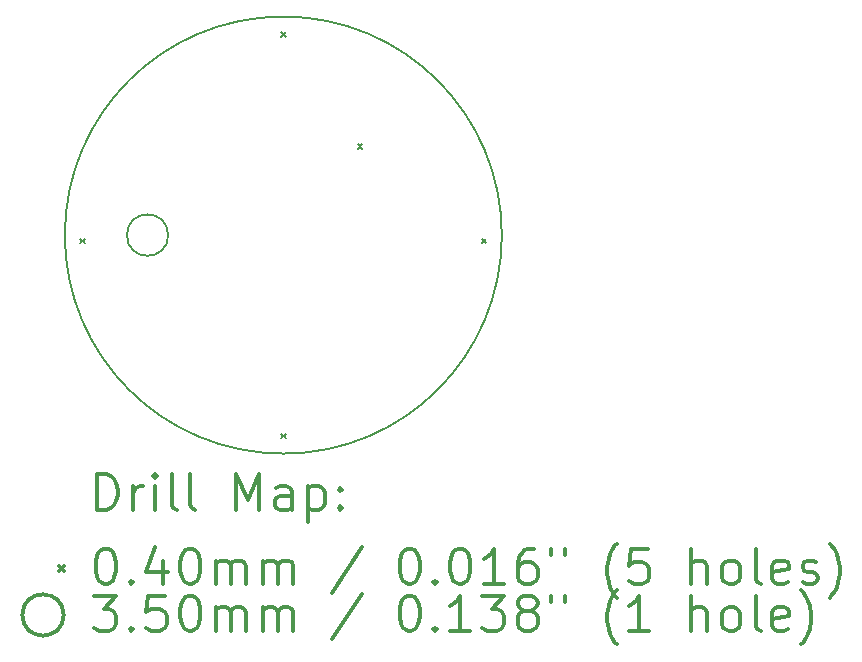
<source format=gbr>
%FSLAX45Y45*%
G04 Gerber Fmt 4.5, Leading zero omitted, Abs format (unit mm)*
G04 Created by KiCad (PCBNEW 5.1.6-c6e7f7d~87~ubuntu20.04.1) date 2020-08-14 09:14:11*
%MOMM*%
%LPD*%
G01*
G04 APERTURE LIST*
%TA.AperFunction,Profile*%
%ADD10C,0.200000*%
%TD*%
%ADD11C,0.200000*%
%ADD12C,0.300000*%
G04 APERTURE END LIST*
D10*
X11300000Y-5250000D02*
G75*
G03*
X11300000Y-5250000I-1850000J0D01*
G01*
D11*
X7730000Y-5280000D02*
X7770000Y-5320000D01*
X7770000Y-5280000D02*
X7730000Y-5320000D01*
X9430000Y-3530000D02*
X9470000Y-3570000D01*
X9470000Y-3530000D02*
X9430000Y-3570000D01*
X9430000Y-6930000D02*
X9470000Y-6970000D01*
X9470000Y-6930000D02*
X9430000Y-6970000D01*
X10080000Y-4480000D02*
X10120000Y-4520000D01*
X10120000Y-4480000D02*
X10080000Y-4520000D01*
X11130000Y-5280000D02*
X11170000Y-5320000D01*
X11170000Y-5280000D02*
X11130000Y-5320000D01*
X8475000Y-5250000D02*
G75*
G03*
X8475000Y-5250000I-175000J0D01*
G01*
D12*
X7876428Y-7575714D02*
X7876428Y-7275714D01*
X7947857Y-7275714D01*
X7990714Y-7290000D01*
X8019286Y-7318571D01*
X8033571Y-7347143D01*
X8047857Y-7404286D01*
X8047857Y-7447143D01*
X8033571Y-7504286D01*
X8019286Y-7532857D01*
X7990714Y-7561429D01*
X7947857Y-7575714D01*
X7876428Y-7575714D01*
X8176428Y-7575714D02*
X8176428Y-7375714D01*
X8176428Y-7432857D02*
X8190714Y-7404286D01*
X8205000Y-7390000D01*
X8233571Y-7375714D01*
X8262143Y-7375714D01*
X8362143Y-7575714D02*
X8362143Y-7375714D01*
X8362143Y-7275714D02*
X8347857Y-7290000D01*
X8362143Y-7304286D01*
X8376428Y-7290000D01*
X8362143Y-7275714D01*
X8362143Y-7304286D01*
X8547857Y-7575714D02*
X8519286Y-7561429D01*
X8505000Y-7532857D01*
X8505000Y-7275714D01*
X8705000Y-7575714D02*
X8676428Y-7561429D01*
X8662143Y-7532857D01*
X8662143Y-7275714D01*
X9047857Y-7575714D02*
X9047857Y-7275714D01*
X9147857Y-7490000D01*
X9247857Y-7275714D01*
X9247857Y-7575714D01*
X9519286Y-7575714D02*
X9519286Y-7418571D01*
X9505000Y-7390000D01*
X9476428Y-7375714D01*
X9419286Y-7375714D01*
X9390714Y-7390000D01*
X9519286Y-7561429D02*
X9490714Y-7575714D01*
X9419286Y-7575714D01*
X9390714Y-7561429D01*
X9376428Y-7532857D01*
X9376428Y-7504286D01*
X9390714Y-7475714D01*
X9419286Y-7461429D01*
X9490714Y-7461429D01*
X9519286Y-7447143D01*
X9662143Y-7375714D02*
X9662143Y-7675714D01*
X9662143Y-7390000D02*
X9690714Y-7375714D01*
X9747857Y-7375714D01*
X9776428Y-7390000D01*
X9790714Y-7404286D01*
X9805000Y-7432857D01*
X9805000Y-7518571D01*
X9790714Y-7547143D01*
X9776428Y-7561429D01*
X9747857Y-7575714D01*
X9690714Y-7575714D01*
X9662143Y-7561429D01*
X9933571Y-7547143D02*
X9947857Y-7561429D01*
X9933571Y-7575714D01*
X9919286Y-7561429D01*
X9933571Y-7547143D01*
X9933571Y-7575714D01*
X9933571Y-7390000D02*
X9947857Y-7404286D01*
X9933571Y-7418571D01*
X9919286Y-7404286D01*
X9933571Y-7390000D01*
X9933571Y-7418571D01*
X7550000Y-8050000D02*
X7590000Y-8090000D01*
X7590000Y-8050000D02*
X7550000Y-8090000D01*
X7933571Y-7905714D02*
X7962143Y-7905714D01*
X7990714Y-7920000D01*
X8005000Y-7934286D01*
X8019286Y-7962857D01*
X8033571Y-8020000D01*
X8033571Y-8091429D01*
X8019286Y-8148571D01*
X8005000Y-8177143D01*
X7990714Y-8191429D01*
X7962143Y-8205714D01*
X7933571Y-8205714D01*
X7905000Y-8191429D01*
X7890714Y-8177143D01*
X7876428Y-8148571D01*
X7862143Y-8091429D01*
X7862143Y-8020000D01*
X7876428Y-7962857D01*
X7890714Y-7934286D01*
X7905000Y-7920000D01*
X7933571Y-7905714D01*
X8162143Y-8177143D02*
X8176428Y-8191429D01*
X8162143Y-8205714D01*
X8147857Y-8191429D01*
X8162143Y-8177143D01*
X8162143Y-8205714D01*
X8433571Y-8005714D02*
X8433571Y-8205714D01*
X8362143Y-7891429D02*
X8290714Y-8105714D01*
X8476428Y-8105714D01*
X8647857Y-7905714D02*
X8676428Y-7905714D01*
X8705000Y-7920000D01*
X8719286Y-7934286D01*
X8733571Y-7962857D01*
X8747857Y-8020000D01*
X8747857Y-8091429D01*
X8733571Y-8148571D01*
X8719286Y-8177143D01*
X8705000Y-8191429D01*
X8676428Y-8205714D01*
X8647857Y-8205714D01*
X8619286Y-8191429D01*
X8605000Y-8177143D01*
X8590714Y-8148571D01*
X8576428Y-8091429D01*
X8576428Y-8020000D01*
X8590714Y-7962857D01*
X8605000Y-7934286D01*
X8619286Y-7920000D01*
X8647857Y-7905714D01*
X8876428Y-8205714D02*
X8876428Y-8005714D01*
X8876428Y-8034286D02*
X8890714Y-8020000D01*
X8919286Y-8005714D01*
X8962143Y-8005714D01*
X8990714Y-8020000D01*
X9005000Y-8048571D01*
X9005000Y-8205714D01*
X9005000Y-8048571D02*
X9019286Y-8020000D01*
X9047857Y-8005714D01*
X9090714Y-8005714D01*
X9119286Y-8020000D01*
X9133571Y-8048571D01*
X9133571Y-8205714D01*
X9276428Y-8205714D02*
X9276428Y-8005714D01*
X9276428Y-8034286D02*
X9290714Y-8020000D01*
X9319286Y-8005714D01*
X9362143Y-8005714D01*
X9390714Y-8020000D01*
X9405000Y-8048571D01*
X9405000Y-8205714D01*
X9405000Y-8048571D02*
X9419286Y-8020000D01*
X9447857Y-8005714D01*
X9490714Y-8005714D01*
X9519286Y-8020000D01*
X9533571Y-8048571D01*
X9533571Y-8205714D01*
X10119286Y-7891429D02*
X9862143Y-8277143D01*
X10505000Y-7905714D02*
X10533571Y-7905714D01*
X10562143Y-7920000D01*
X10576428Y-7934286D01*
X10590714Y-7962857D01*
X10605000Y-8020000D01*
X10605000Y-8091429D01*
X10590714Y-8148571D01*
X10576428Y-8177143D01*
X10562143Y-8191429D01*
X10533571Y-8205714D01*
X10505000Y-8205714D01*
X10476428Y-8191429D01*
X10462143Y-8177143D01*
X10447857Y-8148571D01*
X10433571Y-8091429D01*
X10433571Y-8020000D01*
X10447857Y-7962857D01*
X10462143Y-7934286D01*
X10476428Y-7920000D01*
X10505000Y-7905714D01*
X10733571Y-8177143D02*
X10747857Y-8191429D01*
X10733571Y-8205714D01*
X10719286Y-8191429D01*
X10733571Y-8177143D01*
X10733571Y-8205714D01*
X10933571Y-7905714D02*
X10962143Y-7905714D01*
X10990714Y-7920000D01*
X11005000Y-7934286D01*
X11019286Y-7962857D01*
X11033571Y-8020000D01*
X11033571Y-8091429D01*
X11019286Y-8148571D01*
X11005000Y-8177143D01*
X10990714Y-8191429D01*
X10962143Y-8205714D01*
X10933571Y-8205714D01*
X10905000Y-8191429D01*
X10890714Y-8177143D01*
X10876428Y-8148571D01*
X10862143Y-8091429D01*
X10862143Y-8020000D01*
X10876428Y-7962857D01*
X10890714Y-7934286D01*
X10905000Y-7920000D01*
X10933571Y-7905714D01*
X11319286Y-8205714D02*
X11147857Y-8205714D01*
X11233571Y-8205714D02*
X11233571Y-7905714D01*
X11205000Y-7948571D01*
X11176428Y-7977143D01*
X11147857Y-7991429D01*
X11576428Y-7905714D02*
X11519286Y-7905714D01*
X11490714Y-7920000D01*
X11476428Y-7934286D01*
X11447857Y-7977143D01*
X11433571Y-8034286D01*
X11433571Y-8148571D01*
X11447857Y-8177143D01*
X11462143Y-8191429D01*
X11490714Y-8205714D01*
X11547857Y-8205714D01*
X11576428Y-8191429D01*
X11590714Y-8177143D01*
X11605000Y-8148571D01*
X11605000Y-8077143D01*
X11590714Y-8048571D01*
X11576428Y-8034286D01*
X11547857Y-8020000D01*
X11490714Y-8020000D01*
X11462143Y-8034286D01*
X11447857Y-8048571D01*
X11433571Y-8077143D01*
X11719286Y-7905714D02*
X11719286Y-7962857D01*
X11833571Y-7905714D02*
X11833571Y-7962857D01*
X12276428Y-8320000D02*
X12262143Y-8305714D01*
X12233571Y-8262857D01*
X12219286Y-8234286D01*
X12205000Y-8191429D01*
X12190714Y-8120000D01*
X12190714Y-8062857D01*
X12205000Y-7991429D01*
X12219286Y-7948571D01*
X12233571Y-7920000D01*
X12262143Y-7877143D01*
X12276428Y-7862857D01*
X12533571Y-7905714D02*
X12390714Y-7905714D01*
X12376428Y-8048571D01*
X12390714Y-8034286D01*
X12419286Y-8020000D01*
X12490714Y-8020000D01*
X12519286Y-8034286D01*
X12533571Y-8048571D01*
X12547857Y-8077143D01*
X12547857Y-8148571D01*
X12533571Y-8177143D01*
X12519286Y-8191429D01*
X12490714Y-8205714D01*
X12419286Y-8205714D01*
X12390714Y-8191429D01*
X12376428Y-8177143D01*
X12905000Y-8205714D02*
X12905000Y-7905714D01*
X13033571Y-8205714D02*
X13033571Y-8048571D01*
X13019286Y-8020000D01*
X12990714Y-8005714D01*
X12947857Y-8005714D01*
X12919286Y-8020000D01*
X12905000Y-8034286D01*
X13219286Y-8205714D02*
X13190714Y-8191429D01*
X13176428Y-8177143D01*
X13162143Y-8148571D01*
X13162143Y-8062857D01*
X13176428Y-8034286D01*
X13190714Y-8020000D01*
X13219286Y-8005714D01*
X13262143Y-8005714D01*
X13290714Y-8020000D01*
X13305000Y-8034286D01*
X13319286Y-8062857D01*
X13319286Y-8148571D01*
X13305000Y-8177143D01*
X13290714Y-8191429D01*
X13262143Y-8205714D01*
X13219286Y-8205714D01*
X13490714Y-8205714D02*
X13462143Y-8191429D01*
X13447857Y-8162857D01*
X13447857Y-7905714D01*
X13719286Y-8191429D02*
X13690714Y-8205714D01*
X13633571Y-8205714D01*
X13605000Y-8191429D01*
X13590714Y-8162857D01*
X13590714Y-8048571D01*
X13605000Y-8020000D01*
X13633571Y-8005714D01*
X13690714Y-8005714D01*
X13719286Y-8020000D01*
X13733571Y-8048571D01*
X13733571Y-8077143D01*
X13590714Y-8105714D01*
X13847857Y-8191429D02*
X13876428Y-8205714D01*
X13933571Y-8205714D01*
X13962143Y-8191429D01*
X13976428Y-8162857D01*
X13976428Y-8148571D01*
X13962143Y-8120000D01*
X13933571Y-8105714D01*
X13890714Y-8105714D01*
X13862143Y-8091429D01*
X13847857Y-8062857D01*
X13847857Y-8048571D01*
X13862143Y-8020000D01*
X13890714Y-8005714D01*
X13933571Y-8005714D01*
X13962143Y-8020000D01*
X14076428Y-8320000D02*
X14090714Y-8305714D01*
X14119286Y-8262857D01*
X14133571Y-8234286D01*
X14147857Y-8191429D01*
X14162143Y-8120000D01*
X14162143Y-8062857D01*
X14147857Y-7991429D01*
X14133571Y-7948571D01*
X14119286Y-7920000D01*
X14090714Y-7877143D01*
X14076428Y-7862857D01*
X7590000Y-8466000D02*
G75*
G03*
X7590000Y-8466000I-175000J0D01*
G01*
X7847857Y-8301714D02*
X8033571Y-8301714D01*
X7933571Y-8416000D01*
X7976428Y-8416000D01*
X8005000Y-8430286D01*
X8019286Y-8444572D01*
X8033571Y-8473143D01*
X8033571Y-8544572D01*
X8019286Y-8573143D01*
X8005000Y-8587429D01*
X7976428Y-8601714D01*
X7890714Y-8601714D01*
X7862143Y-8587429D01*
X7847857Y-8573143D01*
X8162143Y-8573143D02*
X8176428Y-8587429D01*
X8162143Y-8601714D01*
X8147857Y-8587429D01*
X8162143Y-8573143D01*
X8162143Y-8601714D01*
X8447857Y-8301714D02*
X8305000Y-8301714D01*
X8290714Y-8444572D01*
X8305000Y-8430286D01*
X8333571Y-8416000D01*
X8405000Y-8416000D01*
X8433571Y-8430286D01*
X8447857Y-8444572D01*
X8462143Y-8473143D01*
X8462143Y-8544572D01*
X8447857Y-8573143D01*
X8433571Y-8587429D01*
X8405000Y-8601714D01*
X8333571Y-8601714D01*
X8305000Y-8587429D01*
X8290714Y-8573143D01*
X8647857Y-8301714D02*
X8676428Y-8301714D01*
X8705000Y-8316000D01*
X8719286Y-8330286D01*
X8733571Y-8358857D01*
X8747857Y-8416000D01*
X8747857Y-8487429D01*
X8733571Y-8544572D01*
X8719286Y-8573143D01*
X8705000Y-8587429D01*
X8676428Y-8601714D01*
X8647857Y-8601714D01*
X8619286Y-8587429D01*
X8605000Y-8573143D01*
X8590714Y-8544572D01*
X8576428Y-8487429D01*
X8576428Y-8416000D01*
X8590714Y-8358857D01*
X8605000Y-8330286D01*
X8619286Y-8316000D01*
X8647857Y-8301714D01*
X8876428Y-8601714D02*
X8876428Y-8401714D01*
X8876428Y-8430286D02*
X8890714Y-8416000D01*
X8919286Y-8401714D01*
X8962143Y-8401714D01*
X8990714Y-8416000D01*
X9005000Y-8444572D01*
X9005000Y-8601714D01*
X9005000Y-8444572D02*
X9019286Y-8416000D01*
X9047857Y-8401714D01*
X9090714Y-8401714D01*
X9119286Y-8416000D01*
X9133571Y-8444572D01*
X9133571Y-8601714D01*
X9276428Y-8601714D02*
X9276428Y-8401714D01*
X9276428Y-8430286D02*
X9290714Y-8416000D01*
X9319286Y-8401714D01*
X9362143Y-8401714D01*
X9390714Y-8416000D01*
X9405000Y-8444572D01*
X9405000Y-8601714D01*
X9405000Y-8444572D02*
X9419286Y-8416000D01*
X9447857Y-8401714D01*
X9490714Y-8401714D01*
X9519286Y-8416000D01*
X9533571Y-8444572D01*
X9533571Y-8601714D01*
X10119286Y-8287429D02*
X9862143Y-8673143D01*
X10505000Y-8301714D02*
X10533571Y-8301714D01*
X10562143Y-8316000D01*
X10576428Y-8330286D01*
X10590714Y-8358857D01*
X10605000Y-8416000D01*
X10605000Y-8487429D01*
X10590714Y-8544572D01*
X10576428Y-8573143D01*
X10562143Y-8587429D01*
X10533571Y-8601714D01*
X10505000Y-8601714D01*
X10476428Y-8587429D01*
X10462143Y-8573143D01*
X10447857Y-8544572D01*
X10433571Y-8487429D01*
X10433571Y-8416000D01*
X10447857Y-8358857D01*
X10462143Y-8330286D01*
X10476428Y-8316000D01*
X10505000Y-8301714D01*
X10733571Y-8573143D02*
X10747857Y-8587429D01*
X10733571Y-8601714D01*
X10719286Y-8587429D01*
X10733571Y-8573143D01*
X10733571Y-8601714D01*
X11033571Y-8601714D02*
X10862143Y-8601714D01*
X10947857Y-8601714D02*
X10947857Y-8301714D01*
X10919286Y-8344571D01*
X10890714Y-8373143D01*
X10862143Y-8387429D01*
X11133571Y-8301714D02*
X11319286Y-8301714D01*
X11219286Y-8416000D01*
X11262143Y-8416000D01*
X11290714Y-8430286D01*
X11305000Y-8444572D01*
X11319286Y-8473143D01*
X11319286Y-8544572D01*
X11305000Y-8573143D01*
X11290714Y-8587429D01*
X11262143Y-8601714D01*
X11176428Y-8601714D01*
X11147857Y-8587429D01*
X11133571Y-8573143D01*
X11490714Y-8430286D02*
X11462143Y-8416000D01*
X11447857Y-8401714D01*
X11433571Y-8373143D01*
X11433571Y-8358857D01*
X11447857Y-8330286D01*
X11462143Y-8316000D01*
X11490714Y-8301714D01*
X11547857Y-8301714D01*
X11576428Y-8316000D01*
X11590714Y-8330286D01*
X11605000Y-8358857D01*
X11605000Y-8373143D01*
X11590714Y-8401714D01*
X11576428Y-8416000D01*
X11547857Y-8430286D01*
X11490714Y-8430286D01*
X11462143Y-8444572D01*
X11447857Y-8458857D01*
X11433571Y-8487429D01*
X11433571Y-8544572D01*
X11447857Y-8573143D01*
X11462143Y-8587429D01*
X11490714Y-8601714D01*
X11547857Y-8601714D01*
X11576428Y-8587429D01*
X11590714Y-8573143D01*
X11605000Y-8544572D01*
X11605000Y-8487429D01*
X11590714Y-8458857D01*
X11576428Y-8444572D01*
X11547857Y-8430286D01*
X11719286Y-8301714D02*
X11719286Y-8358857D01*
X11833571Y-8301714D02*
X11833571Y-8358857D01*
X12276428Y-8716000D02*
X12262143Y-8701714D01*
X12233571Y-8658857D01*
X12219286Y-8630286D01*
X12205000Y-8587429D01*
X12190714Y-8516000D01*
X12190714Y-8458857D01*
X12205000Y-8387429D01*
X12219286Y-8344571D01*
X12233571Y-8316000D01*
X12262143Y-8273143D01*
X12276428Y-8258857D01*
X12547857Y-8601714D02*
X12376428Y-8601714D01*
X12462143Y-8601714D02*
X12462143Y-8301714D01*
X12433571Y-8344571D01*
X12405000Y-8373143D01*
X12376428Y-8387429D01*
X12905000Y-8601714D02*
X12905000Y-8301714D01*
X13033571Y-8601714D02*
X13033571Y-8444572D01*
X13019286Y-8416000D01*
X12990714Y-8401714D01*
X12947857Y-8401714D01*
X12919286Y-8416000D01*
X12905000Y-8430286D01*
X13219286Y-8601714D02*
X13190714Y-8587429D01*
X13176428Y-8573143D01*
X13162143Y-8544572D01*
X13162143Y-8458857D01*
X13176428Y-8430286D01*
X13190714Y-8416000D01*
X13219286Y-8401714D01*
X13262143Y-8401714D01*
X13290714Y-8416000D01*
X13305000Y-8430286D01*
X13319286Y-8458857D01*
X13319286Y-8544572D01*
X13305000Y-8573143D01*
X13290714Y-8587429D01*
X13262143Y-8601714D01*
X13219286Y-8601714D01*
X13490714Y-8601714D02*
X13462143Y-8587429D01*
X13447857Y-8558857D01*
X13447857Y-8301714D01*
X13719286Y-8587429D02*
X13690714Y-8601714D01*
X13633571Y-8601714D01*
X13605000Y-8587429D01*
X13590714Y-8558857D01*
X13590714Y-8444572D01*
X13605000Y-8416000D01*
X13633571Y-8401714D01*
X13690714Y-8401714D01*
X13719286Y-8416000D01*
X13733571Y-8444572D01*
X13733571Y-8473143D01*
X13590714Y-8501714D01*
X13833571Y-8716000D02*
X13847857Y-8701714D01*
X13876428Y-8658857D01*
X13890714Y-8630286D01*
X13905000Y-8587429D01*
X13919286Y-8516000D01*
X13919286Y-8458857D01*
X13905000Y-8387429D01*
X13890714Y-8344571D01*
X13876428Y-8316000D01*
X13847857Y-8273143D01*
X13833571Y-8258857D01*
M02*

</source>
